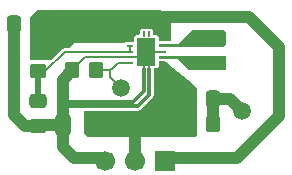
<source format=gbr>
%TF.GenerationSoftware,KiCad,Pcbnew,9.0.3*%
%TF.CreationDate,2025-09-25T19:21:43-04:00*%
%TF.ProjectId,buckboost,6275636b-626f-46f7-9374-2e6b69636164,rev?*%
%TF.SameCoordinates,Original*%
%TF.FileFunction,Copper,L1,Top*%
%TF.FilePolarity,Positive*%
%FSLAX46Y46*%
G04 Gerber Fmt 4.6, Leading zero omitted, Abs format (unit mm)*
G04 Created by KiCad (PCBNEW 9.0.3) date 2025-09-25 19:21:43*
%MOMM*%
%LPD*%
G01*
G04 APERTURE LIST*
G04 Aperture macros list*
%AMRoundRect*
0 Rectangle with rounded corners*
0 $1 Rounding radius*
0 $2 $3 $4 $5 $6 $7 $8 $9 X,Y pos of 4 corners*
0 Add a 4 corners polygon primitive as box body*
4,1,4,$2,$3,$4,$5,$6,$7,$8,$9,$2,$3,0*
0 Add four circle primitives for the rounded corners*
1,1,$1+$1,$2,$3*
1,1,$1+$1,$4,$5*
1,1,$1+$1,$6,$7*
1,1,$1+$1,$8,$9*
0 Add four rect primitives between the rounded corners*
20,1,$1+$1,$2,$3,$4,$5,0*
20,1,$1+$1,$4,$5,$6,$7,0*
20,1,$1+$1,$6,$7,$8,$9,0*
20,1,$1+$1,$8,$9,$2,$3,0*%
G04 Aperture macros list end*
%TA.AperFunction,SMDPad,CuDef*%
%ADD10C,1.500000*%
%TD*%
%TA.AperFunction,SMDPad,CuDef*%
%ADD11R,2.700000X0.800000*%
%TD*%
%TA.AperFunction,SMDPad,CuDef*%
%ADD12RoundRect,0.250000X-0.450000X0.350000X-0.450000X-0.350000X0.450000X-0.350000X0.450000X0.350000X0*%
%TD*%
%TA.AperFunction,SMDPad,CuDef*%
%ADD13R,0.600000X0.240000*%
%TD*%
%TA.AperFunction,SMDPad,CuDef*%
%ADD14R,1.650000X2.400000*%
%TD*%
%TA.AperFunction,SMDPad,CuDef*%
%ADD15R,0.250000X0.500000*%
%TD*%
%TA.AperFunction,SMDPad,CuDef*%
%ADD16RoundRect,0.250000X0.350000X0.450000X-0.350000X0.450000X-0.350000X-0.450000X0.350000X-0.450000X0*%
%TD*%
%TA.AperFunction,SMDPad,CuDef*%
%ADD17RoundRect,0.250000X-0.475000X0.337500X-0.475000X-0.337500X0.475000X-0.337500X0.475000X0.337500X0*%
%TD*%
%TA.AperFunction,SMDPad,CuDef*%
%ADD18RoundRect,0.250000X0.412500X0.650000X-0.412500X0.650000X-0.412500X-0.650000X0.412500X-0.650000X0*%
%TD*%
%TA.AperFunction,SMDPad,CuDef*%
%ADD19RoundRect,0.250000X-0.350000X-0.450000X0.350000X-0.450000X0.350000X0.450000X-0.350000X0.450000X0*%
%TD*%
%TA.AperFunction,SMDPad,CuDef*%
%ADD20RoundRect,0.250000X-0.337500X-0.475000X0.337500X-0.475000X0.337500X0.475000X-0.337500X0.475000X0*%
%TD*%
%TA.AperFunction,SMDPad,CuDef*%
%ADD21RoundRect,0.250000X0.337500X0.475000X-0.337500X0.475000X-0.337500X-0.475000X0.337500X-0.475000X0*%
%TD*%
%TA.AperFunction,ComponentPad*%
%ADD22R,1.700000X1.700000*%
%TD*%
%TA.AperFunction,ComponentPad*%
%ADD23C,1.700000*%
%TD*%
%TA.AperFunction,Conductor*%
%ADD24C,1.000000*%
%TD*%
%TA.AperFunction,Conductor*%
%ADD25C,0.200000*%
%TD*%
%TA.AperFunction,Conductor*%
%ADD26C,0.300000*%
%TD*%
%TA.AperFunction,Conductor*%
%ADD27C,0.500000*%
%TD*%
G04 APERTURE END LIST*
D10*
%TO.P,TP1,1,1*%
%TO.N,Net-(C3-Pad2)*%
X126800000Y-76200000D03*
%TD*%
%TO.P,TP2,1,1*%
%TO.N,/Buck-Boost Regulator Layout/FB*%
X116600000Y-74200000D03*
%TD*%
D11*
%TO.P,L3,1,1*%
%TO.N,Net-(U9-L2)*%
X124000000Y-72200000D03*
%TO.P,L3,2,2*%
%TO.N,Net-(U9-L1)*%
X124000000Y-70000000D03*
%TD*%
D12*
%TO.P,R27,1*%
%TO.N,/V_{IN}*%
X109600000Y-70800000D03*
%TO.P,R27,2*%
%TO.N,Net-(U9-PS{slash}SYNC)*%
X109600000Y-72800000D03*
%TD*%
D13*
%TO.P,U9,1,VOUT*%
%TO.N,+3V3*%
X120150000Y-72150000D03*
%TO.P,U9,2,L2*%
%TO.N,Net-(U9-L2)*%
X120150000Y-71650000D03*
%TO.P,U9,3,PGND*%
%TO.N,GND*%
X120150000Y-71150000D03*
%TO.P,U9,4,L1*%
%TO.N,Net-(U9-L1)*%
X120150000Y-70650000D03*
%TO.P,U9,5,VIN*%
%TO.N,/V_{IN}*%
X120150000Y-70150000D03*
%TO.P,U9,6,EN*%
X117350000Y-70150000D03*
%TO.P,U9,7,PS/SYNC*%
%TO.N,Net-(U9-PS{slash}SYNC)*%
X117350000Y-70650000D03*
%TO.P,U9,8,VINA*%
X117350000Y-71150000D03*
%TO.P,U9,9,GND*%
%TO.N,GND*%
X117350000Y-71650000D03*
%TO.P,U9,10,FB*%
%TO.N,/Buck-Boost Regulator Layout/FB*%
X117350000Y-72150000D03*
D14*
%TO.P,U9,11,PGND*%
%TO.N,GND*%
X118750000Y-71150000D03*
D15*
%TO.P,U9,11_1,PGND*%
X119000000Y-72600000D03*
%TO.P,U9,11_2,PGND*%
X118500000Y-72600000D03*
%TO.P,U9,11_3,PGND*%
X118500000Y-69700000D03*
%TO.P,U9,11_4,PGND*%
X119000000Y-69700000D03*
%TD*%
D16*
%TO.P,R5,1*%
%TO.N,/Buck-Boost Regulator Layout/FB*%
X114450000Y-72750000D03*
%TO.P,R5,2*%
%TO.N,GND*%
X112450000Y-72750000D03*
%TD*%
D17*
%TO.P,C33,1*%
%TO.N,Net-(U9-PS{slash}SYNC)*%
X109600000Y-75362500D03*
%TO.P,C33,2*%
%TO.N,GND*%
X109600000Y-77437500D03*
%TD*%
D18*
%TO.P,C4,1*%
%TO.N,+3V3*%
X114800000Y-77400000D03*
%TO.P,C4,2*%
%TO.N,GND*%
X111675000Y-77400000D03*
%TD*%
D19*
%TO.P,R4,1*%
%TO.N,+3V3*%
X122350000Y-77250000D03*
%TO.P,R4,2*%
%TO.N,Net-(C3-Pad2)*%
X124350000Y-77250000D03*
%TD*%
D20*
%TO.P,C3,1*%
%TO.N,+3V3*%
X122325000Y-75200000D03*
%TO.P,C3,2*%
%TO.N,Net-(C3-Pad2)*%
X124400000Y-75200000D03*
%TD*%
D21*
%TO.P,C1,1*%
%TO.N,/V_{IN}*%
X109600000Y-68800000D03*
%TO.P,C1,2*%
%TO.N,GND*%
X107525000Y-68800000D03*
%TD*%
D22*
%TO.P,J1,1,Pin_1*%
%TO.N,/V_{IN}*%
X120340000Y-80400000D03*
D23*
%TO.P,J1,2,Pin_2*%
%TO.N,+3V3*%
X117800000Y-80400000D03*
%TO.P,J1,3,Pin_3*%
%TO.N,GND*%
X115260000Y-80400000D03*
%TD*%
D24*
%TO.N,GND*%
X111675000Y-75400000D02*
X111675000Y-73525000D01*
D25*
X113550000Y-71650000D02*
X112450000Y-72750000D01*
X117350000Y-71650000D02*
X117957842Y-71650000D01*
D26*
X112075000Y-75800000D02*
X111675000Y-75400000D01*
D24*
X111675000Y-79275000D02*
X111675000Y-77400000D01*
D25*
X118175000Y-71432842D02*
X118175000Y-71150000D01*
D24*
X111675000Y-77400000D02*
X109637500Y-77400000D01*
X111675000Y-73525000D02*
X112450000Y-72750000D01*
D25*
X120150000Y-71150000D02*
X118750000Y-71150000D01*
D24*
X109637500Y-77400000D02*
X109600000Y-77437500D01*
D26*
X117600000Y-75400000D02*
X111675000Y-75400000D01*
D24*
X107525000Y-76525000D02*
X107525000Y-68800000D01*
D26*
X118500000Y-72600000D02*
X118500000Y-74500000D01*
X118000000Y-75800000D02*
X112075000Y-75800000D01*
D24*
X112600000Y-80200000D02*
X111675000Y-79275000D01*
D26*
X118500000Y-74500000D02*
X117600000Y-75400000D01*
X119000000Y-74800000D02*
X118000000Y-75800000D01*
D24*
X108437500Y-77437500D02*
X107525000Y-76525000D01*
D25*
X117957842Y-71650000D02*
X118175000Y-71432842D01*
D24*
X115260000Y-80400000D02*
X115060000Y-80200000D01*
X111675000Y-77400000D02*
X111675000Y-75400000D01*
X115060000Y-80200000D02*
X112600000Y-80200000D01*
X109600000Y-77437500D02*
X108437500Y-77437500D01*
D25*
X117350000Y-71650000D02*
X113550000Y-71650000D01*
D26*
X119000000Y-72600000D02*
X119000000Y-74800000D01*
D24*
%TO.N,/V_{IN}*%
X120540000Y-80200000D02*
X126400000Y-80200000D01*
D25*
X110850000Y-70150000D02*
X110200000Y-70800000D01*
X110200000Y-70800000D02*
X109600000Y-70800000D01*
D24*
X127400000Y-68200000D02*
X118600000Y-68200000D01*
D25*
X117350000Y-70150000D02*
X110850000Y-70150000D01*
D24*
X120340000Y-80400000D02*
X120540000Y-80200000D01*
X130000000Y-76600000D02*
X130000000Y-70800000D01*
X126400000Y-80200000D02*
X130000000Y-76600000D01*
X130000000Y-70800000D02*
X127400000Y-68200000D01*
%TO.N,+3V3*%
X117800000Y-80400000D02*
X117800000Y-77400000D01*
D25*
%TO.N,/Buck-Boost Regulator Layout/FB*%
X115700000Y-73300000D02*
X115700000Y-72750000D01*
X115925000Y-72525000D02*
X116300000Y-72150000D01*
X116300000Y-72150000D02*
X117350000Y-72150000D01*
X114450000Y-72750000D02*
X115700000Y-72750000D01*
X115700000Y-72750000D02*
X115925000Y-72525000D01*
X114450000Y-72850000D02*
X114450000Y-72750000D01*
X116600000Y-74200000D02*
X115700000Y-73300000D01*
%TO.N,Net-(U9-PS{slash}SYNC)*%
X117350000Y-71150000D02*
X117350000Y-70650000D01*
X111850000Y-71150000D02*
X110200000Y-72800000D01*
D27*
X109600000Y-75362500D02*
X109600000Y-72800000D01*
D25*
X110200000Y-72800000D02*
X109600000Y-72800000D01*
X117350000Y-71150000D02*
X111850000Y-71150000D01*
D24*
%TO.N,Net-(C3-Pad2)*%
X124400000Y-75200000D02*
X125800000Y-75200000D01*
X125800000Y-75200000D02*
X126800000Y-76200000D01*
X124350000Y-75250000D02*
X124400000Y-75200000D01*
X124350000Y-77250000D02*
X124350000Y-75250000D01*
%TD*%
%TA.AperFunction,Conductor*%
%TO.N,Net-(U9-L1)*%
G36*
X125383177Y-69389685D02*
G01*
X125403819Y-69406319D01*
X125483681Y-69486181D01*
X125517166Y-69547504D01*
X125520000Y-69573862D01*
X125520000Y-70388638D01*
X125500315Y-70455677D01*
X125483681Y-70476319D01*
X125216319Y-70743681D01*
X125154996Y-70777166D01*
X125128638Y-70780000D01*
X119924000Y-70780000D01*
X119915314Y-70777449D01*
X119906353Y-70778738D01*
X119882312Y-70767759D01*
X119856961Y-70760315D01*
X119851033Y-70753474D01*
X119842797Y-70749713D01*
X119828507Y-70727478D01*
X119811206Y-70707511D01*
X119808918Y-70696996D01*
X119805023Y-70690935D01*
X119800000Y-70656000D01*
X119800000Y-70614000D01*
X119819685Y-70546961D01*
X119872489Y-70501206D01*
X119924000Y-70490000D01*
X121410000Y-70490000D01*
X122493681Y-69406319D01*
X122555004Y-69372834D01*
X122581362Y-69370000D01*
X125316138Y-69370000D01*
X125383177Y-69389685D01*
G37*
%TD.AperFunction*%
%TD*%
%TA.AperFunction,Conductor*%
%TO.N,/V_{IN}*%
G36*
X119965677Y-67619685D02*
G01*
X119986319Y-67636319D01*
X120763681Y-68413681D01*
X120797166Y-68475004D01*
X120800000Y-68501362D01*
X120800000Y-70160500D01*
X120780315Y-70227539D01*
X120727511Y-70273294D01*
X120676000Y-70284500D01*
X119923990Y-70284500D01*
X119912748Y-70285709D01*
X119843989Y-70273300D01*
X119792855Y-70225686D01*
X119775500Y-70162419D01*
X119775500Y-69930249D01*
X119775499Y-69930247D01*
X119763868Y-69871770D01*
X119763867Y-69871769D01*
X119719552Y-69805447D01*
X119653230Y-69761132D01*
X119653229Y-69761131D01*
X119594752Y-69749500D01*
X119594748Y-69749500D01*
X119449500Y-69749500D01*
X119382461Y-69729815D01*
X119336706Y-69677011D01*
X119325500Y-69625500D01*
X119325500Y-69430249D01*
X119325499Y-69430247D01*
X119313868Y-69371770D01*
X119313867Y-69371769D01*
X119269552Y-69305447D01*
X119203230Y-69261132D01*
X119203229Y-69261131D01*
X119144752Y-69249500D01*
X119144748Y-69249500D01*
X118855252Y-69249500D01*
X118855249Y-69249500D01*
X118784791Y-69263515D01*
X118784537Y-69262239D01*
X118727977Y-69268317D01*
X118704089Y-69261303D01*
X118644751Y-69249500D01*
X118644748Y-69249500D01*
X118355252Y-69249500D01*
X118355247Y-69249500D01*
X118296770Y-69261131D01*
X118296769Y-69261132D01*
X118230447Y-69305447D01*
X118186132Y-69371769D01*
X118186131Y-69371770D01*
X118174500Y-69430247D01*
X118174500Y-69625500D01*
X118154815Y-69692539D01*
X118102011Y-69738294D01*
X118050500Y-69749500D01*
X117905247Y-69749500D01*
X117846770Y-69761131D01*
X117846769Y-69761132D01*
X117780447Y-69805447D01*
X117736132Y-69871769D01*
X117736131Y-69871770D01*
X117724500Y-69930247D01*
X117724500Y-70205500D01*
X117704815Y-70272539D01*
X117652011Y-70318294D01*
X117600500Y-70329500D01*
X117030247Y-70329500D01*
X116971770Y-70341131D01*
X116971768Y-70341132D01*
X116914947Y-70379101D01*
X116848270Y-70399980D01*
X116846055Y-70400000D01*
X112599999Y-70400000D01*
X112186819Y-70813181D01*
X112125496Y-70846666D01*
X112099138Y-70849500D01*
X111810438Y-70849500D01*
X111772224Y-70859739D01*
X111734009Y-70869979D01*
X111734004Y-70869982D01*
X111665495Y-70909535D01*
X111665487Y-70909541D01*
X110761347Y-71813681D01*
X110700024Y-71847166D01*
X110673666Y-71850000D01*
X108974000Y-71850000D01*
X108906961Y-71830315D01*
X108861206Y-71777511D01*
X108850000Y-71726000D01*
X108850000Y-68313862D01*
X108869685Y-68246823D01*
X108886319Y-68226181D01*
X109476181Y-67636319D01*
X109537504Y-67602834D01*
X109563862Y-67600000D01*
X119898638Y-67600000D01*
X119965677Y-67619685D01*
G37*
%TD.AperFunction*%
%TD*%
%TA.AperFunction,Conductor*%
%TO.N,Net-(U9-L2)*%
G36*
X125463039Y-71519685D02*
G01*
X125508794Y-71572489D01*
X125520000Y-71624000D01*
X125520000Y-72506138D01*
X125511355Y-72535578D01*
X125504832Y-72565565D01*
X125501077Y-72570580D01*
X125500315Y-72573177D01*
X125483681Y-72593819D01*
X125403819Y-72673681D01*
X125342496Y-72707166D01*
X125316138Y-72710000D01*
X122381362Y-72710000D01*
X122314323Y-72690315D01*
X122293681Y-72673681D01*
X121400000Y-71780000D01*
X119924000Y-71780000D01*
X119856961Y-71760315D01*
X119811206Y-71707511D01*
X119800000Y-71656000D01*
X119800000Y-71624000D01*
X119819685Y-71556961D01*
X119872489Y-71511206D01*
X119924000Y-71500000D01*
X125396000Y-71500000D01*
X125463039Y-71519685D01*
G37*
%TD.AperFunction*%
%TD*%
%TA.AperFunction,Conductor*%
%TO.N,+3V3*%
G36*
X119924000Y-71985500D02*
G01*
X120288145Y-71985500D01*
X120355184Y-72005185D01*
X120367563Y-72014270D01*
X121010553Y-72550500D01*
X122656005Y-73922748D01*
X122955418Y-74172447D01*
X122994296Y-74230501D01*
X123000000Y-74267677D01*
X123000000Y-78276000D01*
X122980315Y-78343039D01*
X122927511Y-78388794D01*
X122876000Y-78400000D01*
X113842048Y-78400000D01*
X113775009Y-78380315D01*
X113750641Y-78359790D01*
X113470093Y-78053737D01*
X113439303Y-77991017D01*
X113437500Y-77969947D01*
X113437500Y-76274500D01*
X113457185Y-76207461D01*
X113509989Y-76161706D01*
X113561500Y-76150500D01*
X118046142Y-76150500D01*
X118046144Y-76150500D01*
X118135288Y-76126614D01*
X118215212Y-76080470D01*
X119280470Y-75015212D01*
X119326614Y-74935288D01*
X119350500Y-74846143D01*
X119350500Y-74753856D01*
X119350500Y-72674500D01*
X119370185Y-72607461D01*
X119422989Y-72561706D01*
X119474500Y-72550500D01*
X119594750Y-72550500D01*
X119594751Y-72550499D01*
X119609568Y-72547552D01*
X119653229Y-72538868D01*
X119653229Y-72538867D01*
X119653231Y-72538867D01*
X119719552Y-72494552D01*
X119763867Y-72428231D01*
X119763867Y-72428229D01*
X119763868Y-72428229D01*
X119772552Y-72384568D01*
X119775500Y-72369748D01*
X119775500Y-72107252D01*
X119795185Y-72040213D01*
X119847989Y-71994458D01*
X119917144Y-71984514D01*
X119924000Y-71985500D01*
G37*
%TD.AperFunction*%
%TD*%
M02*

</source>
